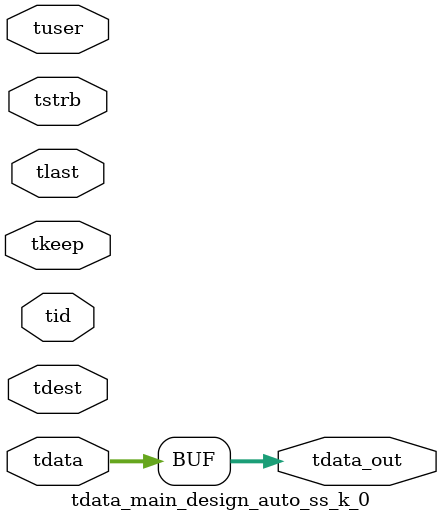
<source format=v>


`timescale 1ps/1ps

module tdata_main_design_auto_ss_k_0 #
(
parameter C_S_AXIS_TDATA_WIDTH = 32,
parameter C_S_AXIS_TUSER_WIDTH = 0,
parameter C_S_AXIS_TID_WIDTH   = 0,
parameter C_S_AXIS_TDEST_WIDTH = 0,
parameter C_M_AXIS_TDATA_WIDTH = 32
)
(
input  [(C_S_AXIS_TDATA_WIDTH == 0 ? 1 : C_S_AXIS_TDATA_WIDTH)-1:0     ] tdata,
input  [(C_S_AXIS_TUSER_WIDTH == 0 ? 1 : C_S_AXIS_TUSER_WIDTH)-1:0     ] tuser,
input  [(C_S_AXIS_TID_WIDTH   == 0 ? 1 : C_S_AXIS_TID_WIDTH)-1:0       ] tid,
input  [(C_S_AXIS_TDEST_WIDTH == 0 ? 1 : C_S_AXIS_TDEST_WIDTH)-1:0     ] tdest,
input  [(C_S_AXIS_TDATA_WIDTH/8)-1:0 ] tkeep,
input  [(C_S_AXIS_TDATA_WIDTH/8)-1:0 ] tstrb,
input                                                                    tlast,
output [C_M_AXIS_TDATA_WIDTH-1:0] tdata_out
);

assign tdata_out = {tdata[31:0]};

endmodule


</source>
